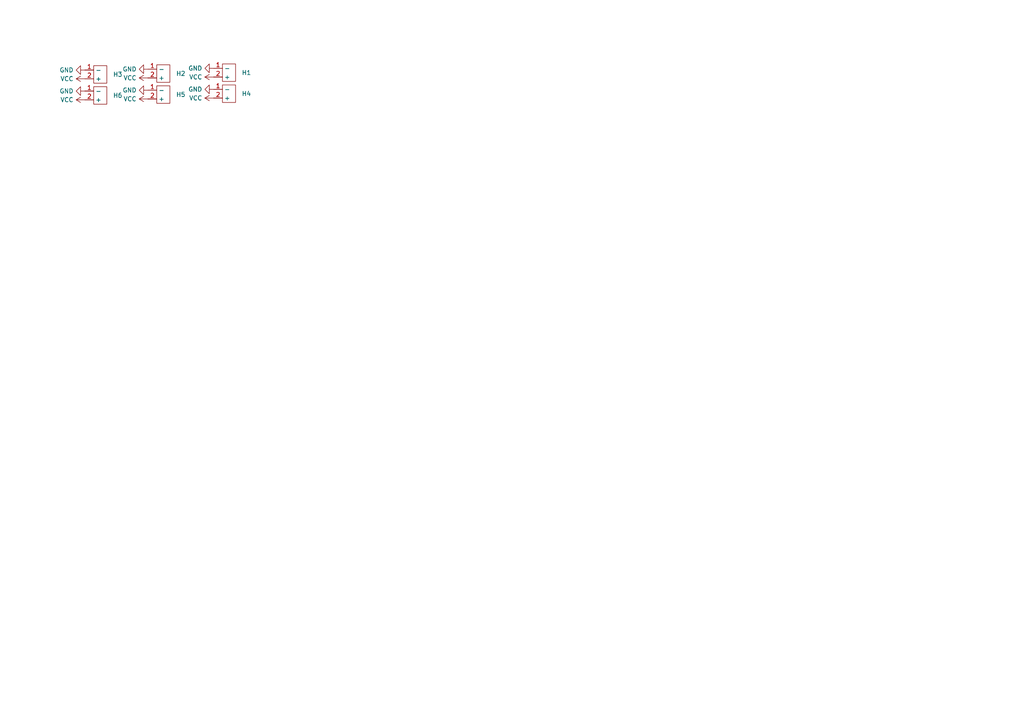
<source format=kicad_sch>
(kicad_sch (version 20211123) (generator eeschema)
  (paper "A4")
  (lib_symbols
    (symbol "easyeda2kicad:XT90"
      (property "Reference" "H" (at -2.54 5.08 0))
      (symbol "XT90_0_1"
        (rectangle (start -2.54 1.27) (end 1.27 -3.81))
      )
      (symbol "XT90_1_1"
        (pin input line (at -5.08 0 0) (length 2.54) (name "-") (number "1"))
        (pin input line (at -5.08 -2.54 0) (length 2.54) (name "+") (number "2"))
      )
    )
    (symbol "power:GND" (power) (pin_names (offset 0))
      (property "Value" "GND" (at 0 -3.81 0))
      (symbol "GND_0_1"
        (polyline (pts (xy 0 0) (xy 0 -1.27) (xy 1.27 -1.27) (xy 0 -2.54) (xy -1.27 -1.27) (xy 0 -1.27)))
      )
      (symbol "GND_1_1"
        (pin power_in line (at 0 0 270) (length 0) hide (name "GND") (number "1"))
      )
    )
    (symbol "power:VCC" (power) (pin_names (offset 0))
      (property "Value" "VCC" (at 0 3.81 0))
      (symbol "VCC_0_1"
        (polyline (pts (xy -0.762 1.27) (xy 0 2.54)))
        (polyline (pts (xy 0 0) (xy 0 2.54)))
        (polyline (pts (xy 0 2.54) (xy 0.762 1.27)))
      )
      (symbol "VCC_1_1"
        (pin power_in line (at 0 0 90) (length 0) hide (name "VCC") (number "1"))
      )
    )
  )
  (symbol (lib_id "power:VCC") (at 61.976 28.448 90) (unit 1)
    (property "Reference" "#PWR010" (effects hide))
    (property "Value" "VCC" (at 58.674 28.4479 90) (effects (justify left)))
  )
  (symbol (lib_id "power:VCC") (at 61.976 22.352 90) (unit 1)
    (property "Reference" "#PWR04" (effects hide))
    (property "Value" "VCC" (at 58.674 22.3519 90) (effects (justify left)))
  )
  (symbol (lib_id "power:VCC") (at 24.638 28.956 90) (unit 1)
    (property "Reference" "#PWR012" (effects hide))
    (property "Value" "VCC" (at 21.336 28.9559 90) (effects (justify left)))
  )
  (symbol (lib_id "power:GND") (at 61.976 19.812 270) (unit 1)
    (property "Reference" "#PWR01" (effects hide))
    (property "Value" "GND" (at 58.674 19.8119 90) (effects (justify right)))
  )
  (symbol (lib_id "easyeda2kicad:XT90") (at 67.056 19.812 0) (unit 1)
    (property "Reference" "H1" (at 70.104 21.0819 0) (effects (justify left)))
    (property "Value" "XT90" (effects hide))
    (property "Footprint" "easyeda2kicad:XT90_V" (effects hide))
  )
  (symbol (lib_id "power:GND") (at 24.638 20.32 270) (unit 1)
    (property "Reference" "#PWR03" (effects hide))
    (property "Value" "GND" (at 21.336 20.3199 90) (effects (justify right)))
  )
  (symbol (lib_id "power:VCC") (at 42.926 22.606 90) (unit 1)
    (property "Reference" "#PWR05" (effects hide))
    (property "Value" "VCC" (at 39.624 22.6059 90) (effects (justify left)))
  )
  (symbol (lib_id "power:GND") (at 24.638 26.416 270) (unit 1)
    (property "Reference" "#PWR09" (effects hide))
    (property "Value" "GND" (at 21.336 26.4159 90) (effects (justify right)))
  )
  (symbol (lib_id "power:GND") (at 61.976 25.908 270) (unit 1)
    (property "Reference" "#PWR07" (effects hide))
    (property "Value" "GND" (at 58.674 25.9079 90) (effects (justify right)))
  )
  (symbol (lib_id "easyeda2kicad:XT90") (at 48.006 20.066 0) (unit 1)
    (property "Reference" "H2" (at 51.054 21.3359 0) (effects (justify left)))
    (property "Value" "XT90" (effects hide))
    (property "Footprint" "easyeda2kicad:XT90_V" (effects hide))
  )
  (symbol (lib_id "power:GND") (at 42.926 26.162 270) (unit 1)
    (property "Reference" "#PWR08" (effects hide))
    (property "Value" "GND" (at 39.624 26.1619 90) (effects (justify right)))
  )
  (symbol (lib_id "power:VCC") (at 24.638 22.86 90) (unit 1)
    (property "Reference" "#PWR06" (effects hide))
    (property "Value" "VCC" (at 21.336 22.8599 90) (effects (justify left)))
  )
  (symbol (lib_id "power:GND") (at 42.926 20.066 270) (unit 1)
    (property "Reference" "#PWR02" (effects hide))
    (property "Value" "GND" (at 39.624 20.0659 90) (effects (justify right)))
  )
  (symbol (lib_id "easyeda2kicad:XT90") (at 29.718 20.32 0) (unit 1)
    (property "Reference" "H3" (at 32.766 21.5899 0) (effects (justify left)))
    (property "Value" "XT90" (effects hide))
    (property "Footprint" "easyeda2kicad:XT90_V" (effects hide))
  )
  (symbol (lib_id "easyeda2kicad:XT90") (at 48.006 26.162 0) (unit 1)
    (property "Reference" "H5" (at 51.054 27.4319 0) (effects (justify left)))
    (property "Value" "XT90" (effects hide))
    (property "Footprint" "easyeda2kicad:XT90_V" (effects hide))
  )
  (symbol (lib_id "easyeda2kicad:XT90") (at 29.718 26.416 0) (unit 1)
    (property "Reference" "H6" (at 32.766 27.6859 0) (effects (justify left)))
    (property "Value" "XT90" (effects hide))
    (property "Footprint" "easyeda2kicad:XT90_V" (effects hide))
  )
  (symbol (lib_id "power:VCC") (at 42.926 28.702 90) (unit 1)
    (property "Reference" "#PWR011" (effects hide))
    (property "Value" "VCC" (at 39.624 28.7019 90) (effects (justify left)))
  )
  (symbol (lib_id "easyeda2kicad:XT90") (at 67.056 25.908 0) (unit 1)
    (property "Reference" "H4" (at 70.104 27.1779 0) (effects (justify left)))
    (property "Value" "XT90" (effects hide))
    (property "Footprint" "easyeda2kicad:XT90_V" (effects hide))
  )
)
</source>
